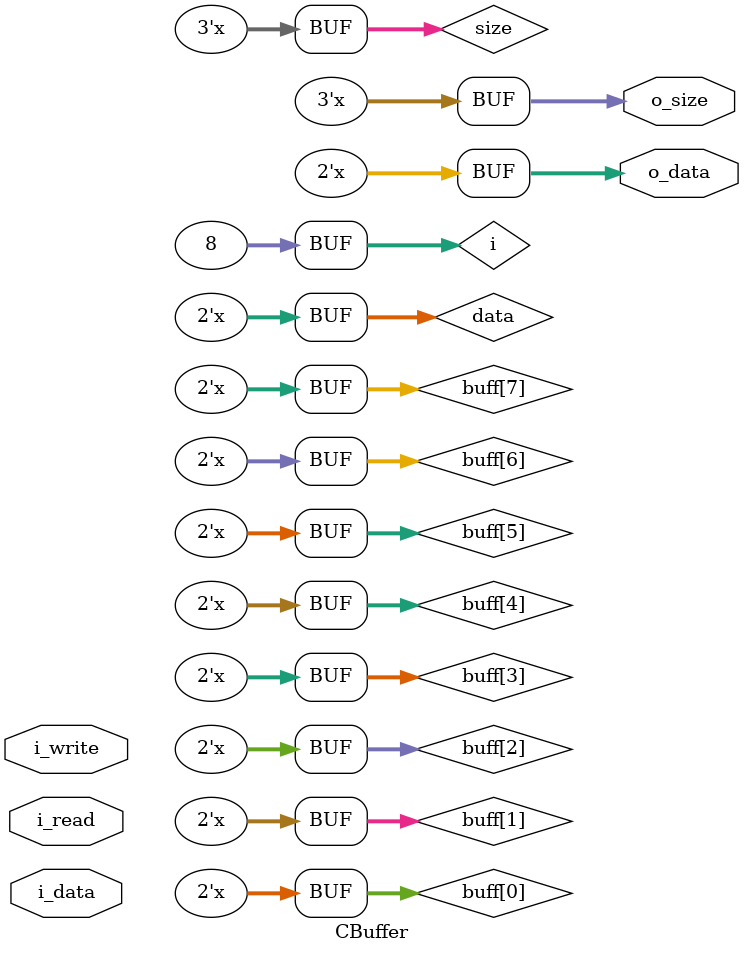
<source format=v>
`timescale 1ns / 1ps


module CBuffer
(
    input wire i_write,
    input wire i_read, // 10,11 read, 01 write , 00 keep 
    input wire [1:0] i_data,
    output wire [1:0] o_data,
    output wire [2:0] o_size
);

integer i;

reg [2:0] size;
reg [1:0] buff[7:0];
reg [2:0] head,tail;
reg [1:0] data;
assign o_size = size;
assign o_data = data;

initial 
begin
    size = 0;
    data = 0;
    head = 0;
    tail = 0;
    for(i = 0; i < 8; i = i + 1)
    begin
        buff[i] = 0;
    end
end

always @(i_write or i_read)
begin
    if (i_read)
    begin
            if (size != 0)
            begin
                data = buff[tail];
                size = size - 1;
                tail = tail + 1;
                if (tail == 7)
                    tail = 0;
            end
    end
    else if (i_write)
    begin
        if (size <= 8)
        begin
            size = size + 1;
            buff[head] = i_data;
            head = head + 1;
            if (head == 7)
                head = 0;
            data = buff[tail];
        end
    end
    else
    begin
          data = data;
          size = size;
    end
end

endmodule

</source>
